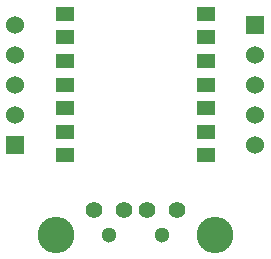
<source format=gts>
G04 (created by PCBNEW (2013-07-07 BZR 4022)-stable) date 11/24/2014 5:15:10 AM*
%MOIN*%
G04 Gerber Fmt 3.4, Leading zero omitted, Abs format*
%FSLAX34Y34*%
G01*
G70*
G90*
G04 APERTURE LIST*
%ADD10C,0.00590551*%
%ADD11R,0.0590551X0.0492126*%
%ADD12R,0.06X0.06*%
%ADD13C,0.06*%
%ADD14O,0.122047X0.122047*%
%ADD15C,0.0511811*%
%ADD16C,0.0551181*%
G04 APERTURE END LIST*
G54D10*
G54D11*
X72637Y-50637D03*
X72637Y-51425D03*
X72637Y-52212D03*
X72637Y-53000D03*
X72637Y-53787D03*
X72637Y-54574D03*
X72637Y-55362D03*
X77362Y-55362D03*
X77362Y-54574D03*
X77362Y-53787D03*
X77362Y-53000D03*
X77362Y-52212D03*
X77362Y-51425D03*
X77362Y-50637D03*
G54D12*
X79000Y-51000D03*
G54D13*
X79000Y-52000D03*
X79000Y-53000D03*
X79000Y-54000D03*
X79000Y-55000D03*
G54D12*
X71000Y-55000D03*
G54D13*
X71000Y-54000D03*
X71000Y-53000D03*
X71000Y-52000D03*
X71000Y-51000D03*
G54D14*
X72362Y-58000D03*
X77637Y-58000D03*
G54D15*
X74114Y-58000D03*
X75885Y-58000D03*
G54D16*
X76377Y-57173D03*
X75393Y-57173D03*
X74606Y-57173D03*
X73622Y-57173D03*
M02*

</source>
